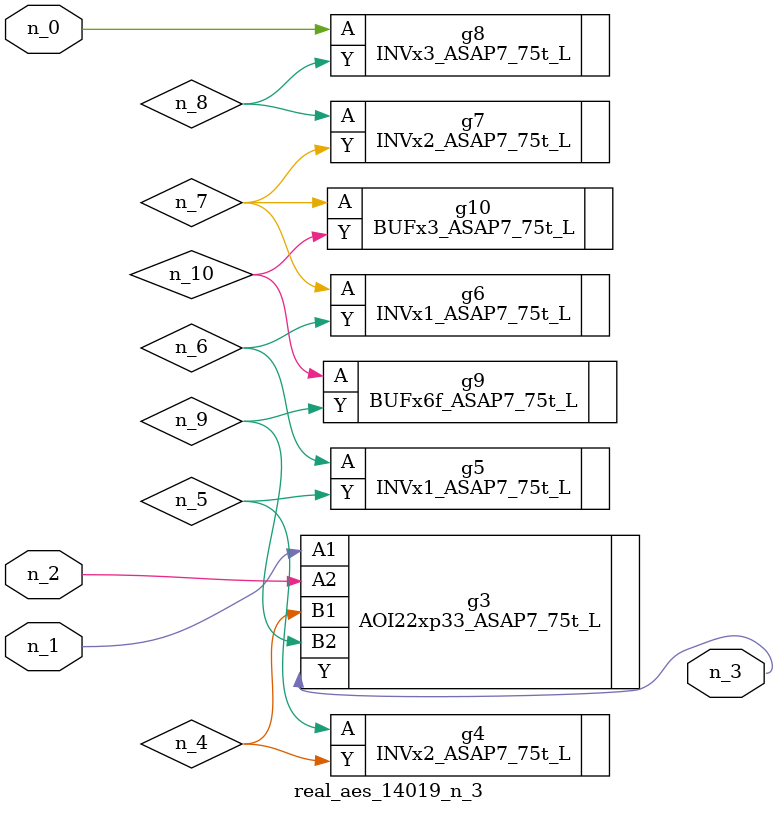
<source format=v>
module real_aes_14019_n_3 (n_0, n_2, n_1, n_3);
input n_0;
input n_2;
input n_1;
output n_3;
wire n_4;
wire n_5;
wire n_7;
wire n_9;
wire n_6;
wire n_8;
wire n_10;
INVx3_ASAP7_75t_L g8 ( .A(n_0), .Y(n_8) );
AOI22xp33_ASAP7_75t_L g3 ( .A1(n_1), .A2(n_2), .B1(n_4), .B2(n_9), .Y(n_3) );
INVx2_ASAP7_75t_L g4 ( .A(n_5), .Y(n_4) );
INVx1_ASAP7_75t_L g5 ( .A(n_6), .Y(n_5) );
INVx1_ASAP7_75t_L g6 ( .A(n_7), .Y(n_6) );
BUFx3_ASAP7_75t_L g10 ( .A(n_7), .Y(n_10) );
INVx2_ASAP7_75t_L g7 ( .A(n_8), .Y(n_7) );
BUFx6f_ASAP7_75t_L g9 ( .A(n_10), .Y(n_9) );
endmodule
</source>
